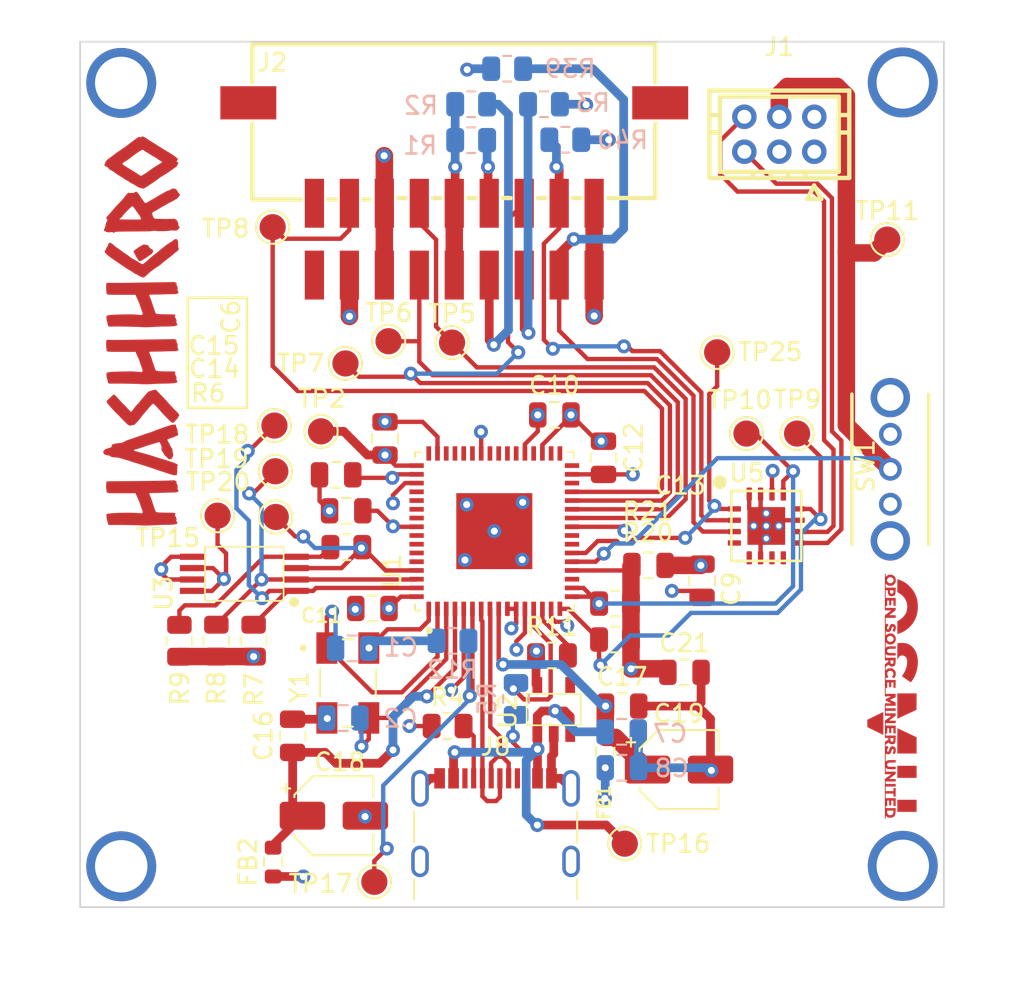
<source format=kicad_pcb>
(kicad_pcb (version 20221018) (generator pcbnew)
  (layers (0 "F.Cu" signal) (1 "In1.Cu" signal) (2 "In2.Cu" signal) (31 "B.Cu" signal) (34 "B.Paste" user) (35 "F.Paste" user) (36 "B.SilkS" user "B.Silkscreen") (37 "F.SilkS" user "F.Silkscreen") (38 "B.Mask" user) (39 "F.Mask" user) (44 "Edge.Cuts" user))
  (net 0 "")
  (net 1 "VCORE")
  (net 2 "VCCIO")
  (net 3 "GND")
  (net 4 "Net-(U1-OSCI)")
  (net 5 "Net-(U1-OSCO)")
  (net 6 "/5V")
  (net 8 "/SDA3")
  (net 10 "/PSU_EN")
  (net 11 "/SCL3")
  (net 12 "/SDA0")
  (net 13 "/SCL0")
  (net 14 "/PLUG0")
  (net 15 "/A20")
  (net 16 "/A10")
  (net 17 "/A00")
  (net 18 "/TXD0")
  (net 19 "/RXD0")
  (net 20 "/RST0")
  (net 23 "Net-(J8-CC1)")
  (net 24 "Net-(U1-DP)")
  (net 25 "Net-(U1-DM)")
  (net 27 "Net-(J8-CC2)")
  (net 29 "Net-(U1-EEDATA)")
  (net 30 "Net-(U3-Q)")
  (net 31 "Net-(U1-EECS)")
  (net 32 "Net-(U1-EECLK)")
  (net 33 "Net-(U1-RESET#)")
  (net 34 "Net-(U1-REF)")
  (net 35 "/SCL")
  (net 36 "/SDA")
  (net 37 "/FAN_ALERT")
  (net 38 "/RESET")
  (net 57 "/VPHY")
  (net 58 "/VPLL")
  (footprint "TestPoint:TestPoint_Pad_D1.5mm" (layer "F.Cu") (at 133.8072 114.1476)
    (fp_text reference "TP19")
    (fp_text value "TestPoint")
  )
  (footprint "Resistor_SMD:R_0603_1608Metric" (layer "F.Cu") (at 152.6794 130.2004 90)
    (fp_text reference "FB1")
    (fp_text value "FerriteBead_Small")
  )
  (footprint "Resistor_SMD:R_0805_2012Metric" (layer "F.Cu") (at 149.6314 124.6886)
    (fp_text reference "R11")
    (fp_text value "1K")
  )
  (footprint "Capacitor_SMD:CP_Elec_4x5.4" (layer "F.Cu") (at 137.1566 133.858)
    (fp_text reference "C18")
    (fp_text value "4.7uF")
  )
  (footprint "Capacitor_SMD:C_0805_2012Metric" (layer "F.Cu") (at 157.2108 125.6538)
    (fp_text reference "C21")
    (fp_text value "0.1uF")
  )
  (footprint "Capacitor_SMD:C_0805_2012Metric" (layer "F.Cu") (at 140.081 112.268 90)
    (fp_text reference "C6")
    (fp_text value "3.3uF")
  )
  (footprint "LOGO" (layer "F.Cu") (at 168.983407 127.026425 -90)
    (fp_text reference "G***" hide)
    (fp_text value "LOGO" hide)
  )
  (footprint "Capacitor_SMD:C_0805_2012Metric" (layer "F.Cu") (at 137.287 114.3508 180)
    (fp_text reference "C15")
    (fp_text value "0.1uF")
  )
  (footprint "DOWNLOADED:OS102011MA1QN1" (layer "F.Cu") (at 168.9862 114.0312 -90)
    (fp_text reference "SW1")
    (fp_text value "SW_SPDT")
  )
  (footprint "Resistor_SMD:R_0805_2012Metric" (layer "F.Cu") (at 143.6624 128.7272)
    (fp_text reference "R4")
    (fp_text value "5.1K")
  )
  (footprint "LOGO" (layer "F.Cu") (at 126.1618 106.1212 90)
    (fp_text reference "G***" hide)
    (fp_text value "LOGO" hide)
  )
  (footprint "TestPoint:TestPoint_Pad_D1.5mm" (layer "F.Cu") (at 133.8326 116.7638)
    (fp_text reference "TP20")
    (fp_text value "TestPoint")
  )
  (footprint "TestPoint:TestPoint_Pad_D1.5mm" (layer "F.Cu") (at 136.4234 111.8616)
    (fp_text reference "TP2")
    (fp_text value "TestPoint")
  )
  (footprint "DOWNLOADED:MountingHole_3mm_Pad" (layer "F.Cu") (at 124.9934 136.7536)
    (fp_text reference "H2" hide)
    (fp_text value "MountingHole_Pad")
  )
  (footprint "Connector_USB:USB_C_Receptacle_GCT_USB4105-xx-A_16P_TopMnt_Horizontal" (layer "F.Cu") (at 146.4036 135.3992)
    (fp_text reference "J8")
    (fp_text value "USB_C_Receptacle_USB2.0")
  )
  (footprint "TestPoint:TestPoint_Pad_D1.5mm" (layer "F.Cu") (at 133.6548 100.1776)
    (fp_text reference "TP8")
    (fp_text value "TestPoint")
  )
  (footprint "DOWNLOADED:QFN50P900X900X105-65N" (layer "F.Cu") (at 146.3334 117.5726 90)
    (fp_text reference "U1")
    (fp_text value "FT4232HQ")
  )
  (footprint "TestPoint:TestPoint_Pad_D1.5mm" (layer "F.Cu") (at 160.7566 111.9886)
    (fp_text reference "TP10")
    (fp_text value "TestPoint")
  )
  (footprint "TestPoint:TestPoint_Pad_D1.5mm" (layer "F.Cu") (at 133.7564 111.5314)
    (fp_text reference "TP18")
    (fp_text value "TestPoint")
  )
  (footprint "Resistor_SMD:R_0805_2012Metric" (layer "F.Cu") (at 132.5666 123.8404 -90)
    (fp_text reference "R7")
    (fp_text value "10K")
  )
  (footprint "TestPoint:TestPoint_Pad_D1.5mm" (layer "F.Cu") (at 143.9164 106.7816)
    (fp_text reference "TP5")
    (fp_text value "TestPoint")
  )
  (footprint "Capacitor_SMD:C_0805_2012Metric" (layer "F.Cu") (at 152.5778 113.3754 90)
    (fp_text reference "C12")
    (fp_text value "0.1uF")
  )
  (footprint "DOWNLOADED:MountingHole_3mm_Pad" (layer "F.Cu") (at 169.6974 91.8972)
    (fp_text reference "H3" hide)
    (fp_text value "MountingHole_Pad")
  )
  (footprint "TestPoint:TestPoint_Pad_D1.5mm" (layer "F.Cu") (at 130.5052 116.6876)
    (fp_text reference "TP15")
    (fp_text value "TestPoint")
  )
  (footprint "DOWNLOADED:MountingHole_3mm_Pad" (layer "F.Cu") (at 169.6974 136.7282)
    (fp_text reference "H4" hide)
    (fp_text value "MountingHole_Pad")
  )
  (footprint "Capacitor_SMD:C_0805_2012Metric" (layer "F.Cu") (at 134.7978 129.286 90)
    (fp_text reference "C16")
    (fp_text value "0.1uF")
  )
  (footprint "DOWNLOADED:CONN-TH_6P-P2.00_PHD-2X3A" (layer "F.Cu") (at 162.6362 94.8596)
    (fp_text reference "J1")
    (fp_text value "PSU Comm")
  )
  (footprint "Capacitor_SMD:C_0805_2012Metric" (layer "F.Cu") (at 155.1534 119.5324)
    (fp_text reference "C13")
    (fp_text value "0.1uF")
  )
  (footprint "Capacitor_SMD:C_0805_2012Metric" (layer "F.Cu") (at 149.7686 110.9218)
    (fp_text reference "C10")
    (fp_text value "0.1uF")
  )
  (footprint "Capacitor_SMD:C_0805_2012Metric" (layer "F.Cu") (at 139.3596 121.9962 180)
    (fp_text reference "C11")
    (fp_text value "0.1uF")
  )
  (footprint "DOWNLOADED:TSSOP8_STM" (layer "F.Cu") (at 132.0332 120.014799 180)
    (fp_text reference "U3")
    (fp_text value "M93C46-WDW6TP")
  )
  (footprint "Resistor_SMD:R_0805_2012Metric" (layer "F.Cu") (at 137.8712 118.491 180)
    (fp_text reference "R6")
    (fp_text value "2.2K")
  )
  (footprint "TestPoint:TestPoint_Pad_D1.5mm" (layer "F.Cu") (at 137.8204 107.9754)
    (fp_text reference "TP7")
    (fp_text value "TestPoint")
  )
  (footprint "Capacitor_SMD:C_0805_2012Metric" (layer "F.Cu") (at 158.2166 120.4112 90)
    (fp_text reference "C9")
    (fp_text value "0.1uF")
  )
  (footprint "TestPoint:TestPoint_Pad_D1.5mm" (layer "F.Cu") (at 159.0802 107.3404)
    (fp_text reference "TP25")
    (fp_text value "TestPoint")
  )
  (footprint "Capacitor_SMD:C_0805_2012Metric" (layer "F.Cu") (at 153.6446 127.5842)
    (fp_text reference "C17")
    (fp_text value "0.1uF")
  )
  (footprint "DOWNLOADED:RT9080-33GJ5" (layer "F.Cu") (at 149.733 127.78105 90)
    (fp_text reference "U2")
    (fp_text value "RT9080-33GJ5")
  )
  (footprint "TestPoint:TestPoint_Pad_D1.5mm" (layer "F.Cu") (at 168.8084 100.8888)
    (fp_text reference "TP11")
    (fp_text value "TestPoint")
  )
  (footprint "DOWNLOADED:CONN-SMD_X2026WRS-2X09D-LPSW" (layer "F.Cu") (at 144.0434 97.9893 180)
    (fp_text reference "J2")
    (fp_text value "Hashboard0")
  )
  (footprint "DOWNLOADED:XTAL_405C35B12M00000" (layer "F.Cu") (at 137.9547 126.2634)
    (fp_text reference "Y1")
    (fp_text value "12MHz")
  )
  (footprint "Capacitor_SMD:C_0805_2012Metric" (layer "F.Cu") (at 137.861 116.4082 180)
    (fp_text reference "C14")
    (fp_text value "0.1uF")
  )
  (footprint "TestPoint:TestPoint_Pad_D1.5mm" (layer "F.Cu") (at 153.797 135.4582)
    (fp_text reference "TP16")
    (fp_text value "TestPoint")
  )
  (footprint "Resistor_SMD:R_0805_2012Metric" (layer "F.Cu") (at 153.2382 121.7168)
    (fp_text reference "R21")
    (fp_text value "4.7K")
  )
  (footprint "TestPoint:TestPoint_Pad_D1.5mm" (layer "F.Cu") (at 163.6522 111.9886)
    (fp_text reference "TP9")
    (fp_text value "TestPoint")
  )
  (footprint "DOWNLOADED:MountingHole_3mm_Pad" (layer "F.Cu") (at 124.9934 91.9226)
    (fp_text reference "H1" hide)
    (fp_text value "MountingHole_Pad")
  )
  (footprint "Resistor_SMD:R_0805_2012Metric" (layer "F.Cu") (at 153.2363 123.7742)
    (fp_text reference "R20")
    (fp_text value "4.7K")
  )
  (footprint "DOWNLOADED:QFN-16_EP_4x4_Pitch0.65mm" (layer "F.Cu") (at 161.8898 117.2756)
    (fp_text reference "U5")
    (fp_text value "PCA9546ARGVR")
  )
  (footprint "TestPoint:TestPoint_Pad_D1.5mm" (layer "F.Cu") (at 139.4714 137.6426)
    (fp_text reference "TP17")
    (fp_text value "TestPoint")
  )
  (footprint "Capacitor_SMD:CP_Elec_4x5.4" (layer "F.Cu") (at 156.8992 131.2164)
    (fp_text reference "C19")
    (fp_text value "4.7uF")
  )
  (footprint "Resistor_SMD:R_0805_2012Metric" (layer "F.Cu") (at 128.3208 123.8504 -90)
    (fp_text reference "R9")
    (fp_text value "10K")
  )
  (footprint "Resistor_SMD:R_0603_1608Metric" (layer "F.Cu") (at 133.6802 136.5118 90)
    (fp_text reference "FB2")
    (fp_text value "FerriteBead_Small")
  )
  (footprint "Resistor_SMD:R_0805_2012Metric" (layer "F.Cu") (at 130.433 123.8385 -90)
    (fp_text reference "R8")
    (fp_text value "10K")
  )
  (footprint "TestPoint:TestPoint_Pad_D1.5mm" (layer "F.Cu") (at 140.2842 106.7054)
    (fp_text reference "TP6")
    (fp_text value "TestPoint")
  )
  (footprint "Resistor_SMD:R_0805_2012Metric" (layer "B.Cu") (at 147.0679 91.1098 180)
    (fp_text reference "R39")
    (fp_text value "4.7K")
  )
  (footprint "Resistor_SMD:R_0805_2012Metric" (layer "B.Cu") (at 145.0086 95.1992)
    (fp_text reference "R1")
    (fp_text value "4.7K")
  )
  (footprint "Capacitor_SMD:C_0805_2012Metric" (layer "B.Cu") (at 138.2014 124.2822)
    (fp_text reference "C1")
    (fp_text value "27pf")
  )
  (footprint "Resistor_SMD:R_0805_2012Metric" (layer "B.Cu") (at 150.3934 95.1738)
    (fp_text reference "R40")
    (fp_text value "4.7K")
  )
  (footprint "Capacitor_SMD:C_0805_2012Metric" (layer "B.Cu") (at 137.6934 128.27 180)
    (fp_text reference "C2")
    (fp_text value "27pf")
  )
  (footprint "Resistor_SMD:R_0805_2012Metric" (layer "B.Cu") (at 143.9418 123.8504)
    (fp_text reference "R12")
    (fp_text value "12K")
  )
  (footprint "Resistor_SMD:R_0805_2012Metric" (layer "B.Cu") (at 145.0086 93.1418 180)
    (fp_text reference "R2")
    (fp_text value "4.7K")
  )
  (footprint "Resistor_SMD:R_0805_2012Metric" (layer "B.Cu") (at 147.574 127.1759 -90)
    (fp_text reference "R5")
    (fp_text value "5.1K")
  )
  (footprint "Resistor_SMD:R_0805_2012Metric" (layer "B.Cu") (at 149.1742 93.1418)
    (fp_text reference "R3")
    (fp_text value "4.7K")
  )
  (footprint "Capacitor_SMD:C_0805_2012Metric" (layer "B.Cu") (at 153.6192 129.0574)
    (fp_text reference "C7")
    (fp_text value "1uF")
  )
  (footprint "Capacitor_SMD:C_0805_2012Metric" (layer "B.Cu") (at 153.6294 131.1148)
    (fp_text reference "C8")
    (fp_text value "1uF")
  )
  (gr_rect (start 128.8034 104.2162) (end 132.1816 110.5154) (stroke (width 0.15)) (fill none) (layer "F.SilkS"))
  (gr_rect (start 122.6439 89.5604) (end 172.0469 139.0904) (stroke (width 0.1)) (fill none) (layer "Edge.Cuts"))
  (segment (start 140.9832 121.3226) (end 140.3096 121.9962) (width 0.25) (layer "F.Cu") (net 1))
  (segment (start 156.4894 120.9923) (end 157.8477 120.9923) (width 0.25) (layer "F.Cu") (net 1))
  (segment (start 136.4234 111.8616) (end 137.7188 111.8616) (width 0.5) (layer "F.Cu") (net 1))
  (segment (start 148.0834 123.389005) (end 148.0834 122.0176) (width 0.25) (layer "F.Cu") (net 1))
  (segment (start 157.8477 120.9923) (end 158.2166 121.3612) (width 0.25) (layer "F.Cu") (net 1))
  (segment (start 141.8884 121.3226) (end 140.9832 121.3226) (width 0.25) (layer "F.Cu") (net 1))
  (segment (start 148.0834 113.1276) (end 148.0834 112.5968) (width 0.25) (layer "F.Cu") (net 1))
  (segment (start 139.0752 113.218) (end 140.081 113.218) (width 0.5) (layer "F.Cu") (net 1))
  (segment (start 147.597958 123.874447) (end 148.0834 123.389005) (width 0.25) (layer "F.Cu") (net 1))
  (segment (start 137.7188 111.8616) (end 139.0752 113.218) (width 0.5) (layer "F.Cu") (net 1))
  (segment (start 148.0834 112.5968) (end 148.8186 111.8616) (width 0.25) (layer "F.Cu") (net 1))
  (segment (start 140.6856 113.8226) (end 140.081 113.218) (width 0.25) (layer "F.Cu") (net 1))
  (segment (start 148.8186 111.8616) (end 148.8186 110.9218) (width 0.25) (layer "F.Cu") (net 1))
  (segment (start 147.597958 124.3551) (end 147.597958 123.874447) (width 0.25) (layer "F.Cu") (net 1))
  (segment (start 141.8884 113.8226) (end 140.6856 113.8226) (width 0.25) (layer "F.Cu") (net 1))
  (via (at 147.597958 124.3551) (size 0.8) (drill 0.4) (layers "F.Cu" "B.Cu") (net 1))
  (via (at 156.4894 120.9923) (size 0.8) (drill 0.4) (layers "F.Cu" "B.Cu") (net 1))
  (via (at 140.081 113.218) (size 0.8) (drill 0.4) (layers "F.Cu" "B.Cu") (net 1))
  (via (at 148.8186 110.9218) (size 0.8) (drill 0.4) (layers "F.Cu" "B.Cu") (net 1))
  (via (at 140.3096 121.9962) (size 0.8) (drill 0.4) (layers "F.Cu" "B.Cu") (net 1))
  (segment (start 130.244798 119.689798) (end 129.0868 119.689798) (width 0.25) (layer "F.Cu") (net 2))
  (segment (start 130.8648 120.3098) (end 130.9878 120.1868) (width 0.25) (layer "F.Cu") (net 2))
  (segment (start 162.2148 115.4506) (end 162.2148 114.1626) (width 0.25) (layer "F.Cu") (net 2))
  (segment (start 150.7784 119.8226) (end 153.9132 119.8226) (width 0.25) (layer "F.Cu") (net 2))
  (segment (start 130.8648 120.3098) (end 130.244798 119.689798) (width 0.25) (layer "F.Cu") (net 2))
  (segment (start 154.1507 119.5851) (end 154.2034 119.5324) (width 1) (layer "F.Cu") (net 2))
  (segment (start 138.0434 105.2774) (end 138.049 105.283) (width 1) (layer "F.Cu") (net 2))
  (segment (start 140.589 117.2464) (end 140.5382 117.2972) (width 0.25) (layer "F.Cu") (net 2))
  (segment (start 152.575 114.3226) (end 152.5778 114.3254) (width 0.25) (layer "F.Cu") (net 2))
  (segment (start 140.701209 114.3226) (end 141.8884 114.3226) (width 0.25) (layer "F.Cu") (net 2))
  (segment (start 138.0434 102.9193) (end 138.0434 105.2774) (width 1) (layer "F.Cu") (net 2))
  (segment (start 145.5834 113.1276) (end 145.5834 111.903) (width 0.25) (layer "F.Cu") (net 2))
  (segment (start 138.811 116.4082) (end 139.6492 116.4082) (width 0.25) (layer "F.Cu") (net 2))
  (segment (start 130.8648 120.3098) (end 130.184802 120.989798) (width 0.25) (layer "F.Cu") (net 2))
  (segment (start 140.5007 114.523109) (end 138.409309 114.523109) (width 0.25) (layer "F.Cu") (net 2))
  (segment (start 141.8884 117.3226) (end 140.5636 117.3226) (width 0.25) (layer "F.Cu") (net 2))
  (segment (start 139.6492 116.4082) (end 140.5382 117.2972) (width 0.25) (layer "F.Cu") (net 2))
  (segment (start 156.0576 125.4506) (end 156.2608 125.6538) (width 1) (layer "F.Cu") (net 2))
  (segment (start 153.9132 119.8226) (end 154.2034 119.5324) (width 0.25) (layer "F.Cu") (net 2))
  (segment (start 152.6794 131.0254) (end 152.6794 131.1148) (width 0.25) (layer "F.Cu") (net 2))
  (segment (start 130.9878 120.1868) (end 130.9878 118.8466) (width 0.25) (layer "F.Cu") (net 2))
  (segment (start 132.5666 124.7529) (end 132.5647 124.751) (width 0.25) (layer "F.Cu") (net 2))
  (segment (start 162.2148 114.1626) (end 162.2552 114.1222) (width 0.25) (layer "F.Cu") (net 2))
  (segment (start 154.173 119.6848) (end 154.2034 119.6848) (width 0.5) (layer "F.Cu") (net 2))
  (segment (start 154.1488 123.7742) (end 154.1488 125.4468) (width 1) (layer "F.Cu") (net 2))
  (segment (start 152.5778 114.3254) (end 154.2542 114.3254) (width 0.25) (layer "F.Cu") (net 2))
  (segment (start 128.3327 124.751) (end 128.3208 124.7629) (width 1) (layer "F.Cu") (net 2))
  (segment (start 154.1507 121.7168) (end 154.1507 119.5851) (width 1) (layer "F.Cu") (net 2))
  (segment (start 148.7189 126.3288) (end 148.7932 126.4031) (width 0.5) (layer "F.Cu") (net 2))
  (segment (start 148.7189 124.6886) (end 148.7189 126.3288) (width 0.5) (layer "F.Cu") (net 2))
  (segment (start 130.433 124.751) (end 128.3327 124.751) (width 1) (layer "F.Cu") (net 2))
  (segment (start 138.409309 114.523109) (end 138.237 114.3508) (width 0.25) (layer "F.Cu") (net 2))
  (segment (start 133.6802 137.3368) (end 135.4064 137.3368) (width 0.5) (layer "F.Cu") (net 2))
  (segment (start 150.7784 114.3226) (end 152.575 114.3226) (width 0.25) (layer "F.Cu") (net 2))
  (segment (start 154.1507 121.7168) (end 154.1507 123.7723) (width 1) (layer "F.Cu") (net 2))
  (segment (start 130.5052 118.364) (end 130.5052 116.6876) (width 0.25) (layer "F.Cu") (net 2))
  (segment (start 140.5007 114.523109) (end 140.701209 114.3226) (width 0.25) (layer "F.Cu") (net 2))
  (segment (start 154.1488 125.4468) (end 154.1526 125.4506) (width 1) (layer "F.Cu") (net 2))
  (segment (start 154.2034 119.6848) (end 154.2288 119.6594) (width 0.5) (layer "F.Cu") (net 2))
  (segment (start 130.9878 118.8466) (end 130.5052 118.364) (width 0.25) (layer "F.Cu") (net 2))
  (segment (start 145.5834 111.903) (end 145.5674 111.887) (width 0.25) (layer "F.Cu") (net 2))
  (segment (start 140.5636 117.3226) (end 140.5382 117.2972) (width 0.25) (layer "F.Cu") (net 2))
  (segment (start 135.4064 137.3368) (end 135.4074 137.3378) (width 0.5) (layer "F.Cu") (net 2))
  (segment (start 130.433 124.751) (end 132.5647 124.751) (width 1) (layer "F.Cu") (net 2))
  (segment (start 130.184802 120.989798) (end 129.0868 120.989798) (width 0.25) (layer "F.Cu") (net 2))
  (segment (start 154.1526 125.4506) (end 156.0576 125.4506) (width 1) (layer "F.Cu") (net 2))
  (segment (start 154.1507 123.7723) (end 154.1488 123.7742) (width 1) (layer "F.Cu") (net 2))
  (via (at 145.5674 111.887) (size 0.8) (drill 0.4) (layers "F.Cu" "B.Cu") (net 2))
  (via (at 140.5007 114.523109) (size 0.8) (drill 0.4) (layers "F.Cu" "B.Cu") (net 2))
  (via (at 152.654 132.8674) (size 0.8) (drill 0.4) (layers "F.Cu" "B.Cu") (net 2))
  (via (at 130.8648 120.3098) (size 0.8) (drill 0.4) (layers "F.Cu" "B.Cu") (net 2))
  (via (at 138.049 105.283) (size 0.8) (drill 0.4) (layers "F.Cu" "B.Cu") (net 2))
  (via (at 140.5382 117.2972) (size 0.8) (drill 0.4) (layers "F.Cu" "B.Cu") (net 2))
  (via (at 152.6794 131.1148) (size 0.8) (drill 0.4) (layers "F.Cu" "B.Cu") (net 2))
  (via (at 162.2552 114.1222) (size 0.8) (drill 0.4) (layers "F.Cu" "B.Cu") (net 2))
  (via (at 154.1526 125.4506) (size 0.8) (drill 0.4) (layers "F.Cu" "B.Cu") (net 2))
  (via (at 154.2542 114.3254) (size 0.8) (drill 0.4) (layers "F.Cu" "B.Cu") (net 2))
  (via (at 132.5647 124.751) (size 0.8) (drill 0.4) (layers "F.Cu" "B.Cu") (net 2))
  (via (at 144.78 91.1606) (size 0.8) (drill 0.4) (layers "F.Cu" "B.Cu") (net 2))
  (via (at 152.8826 95.1738) (size 0.8) (drill 0.4) (layers "F.Cu" "B.Cu") (net 2))
  (via (at 148.7424 124.4346) (size 0.8) (drill 0.4) (layers "F.Cu" "B.Cu") (net 2))
  (via (at 135.4074 137.3378) (size 0.8) (drill 0.4) (layers "F.Cu" "B.Cu") (net 2))
  (segment (start 152.6794 132.842) (end 152.654 132.8674) (width 0.5) (layer "B.Cu") (net 2))
  (segment (start 152.6794 131.1148) (end 152.6794 132.842) (width 0.5) (layer "B.Cu") (net 2))
  (segment (start 144.8308 91.1098) (end 144.78 91.1606) (width 0.5) (layer "B.Cu") (net 2))
  (segment (start 146.1554 91.1098) (end 144.8308 91.1098) (width 0.5) (layer "B.Cu") (net 2))
  (segment (start 151.3059 95.1738) (end 152.8826 95.1738) (width 0.5) (layer "B.Cu") (net 2))
  (segment (start 127.2834 119.751) (end 127.2834 119.9796) (width 0.25) (layer "F.Cu") (net 3))
  (segment (start 140.0434 96.1014) (end 140.0302 96.0882) (width 1) (layer "F.Cu") (net 3))
  (segment (start 134.7978 128.336) (end 136.6821 128.336) (width 0.5) (layer "F.Cu") (net 3))
  (segment (start 149.83115 122.758898) (end 150.2839 122.758898) (width 0.25) (layer "F.Cu") (net 3))
  (segment (start 158.1608 125.6538) (end 158.1608 127.386) (width 0.5) (layer "F.Cu") (net 3))
  (segment (start 136.7547 128.2634) (end 136.7547 128.2711) (width 0.25) (layer "F.Cu") (net 3))
  (segment (start 161.5648 116.2306) (end 161.8898 116.5556) (width 0.25) (layer "F.Cu") (net 3))
  (segment (start 149.6036 131.7192) (end 150.1486 131.7192) (width 0.5) (layer "F.Cu") (net 3))
  (segment (start 139.1547 124.2634) (end 139.16 124.2634) (width 0.25) (layer "F.Cu") (net 3))
  (segment (start 150.2839 122.758898) (end 150.503401 122.978399) (width 0.25) (layer "F.Cu") (net 3))
  (segment (start 142.5834 122.6942) (end 142.0876 123.19) (width 0.25) (layer "F.Cu") (net 3))
  (segment (start 152.5778 112.4254) (end 152.4508 112.4254) (width 0.25) (layer "F.Cu") (net 3))
  (segment (start 144.0942 96.7232) (end 144.0942 98.7585) (width 0.5) (layer "F.Cu") (net 3))
  (segment (start 149.6036 131.7192) (end 149.6036 130.4568) (width 0.5) (layer "F.Cu") (net 3))
  (segment (start 147.3079 123.1392) (end 147.5834 122.8637) (width 0.25) (layer "F.Cu") (net 3))
  (segment (start 149.733 130.3274) (end 149.733 129.159) (width 0.5) (layer "F.Cu") (net 3))
  (segment (start 136.911 116.4082) (end 136.906 116.4082) (width 0.25) (layer "F.Cu") (net 3))
  (segment (start 144.5834 125.945192) (end 143.862196 126.666396) (width 0.25) (layer "F.Cu") (net 3))
  (segment (start 148.5834 123.027427) (end 149.5564 124.000427) (width 0.25) (layer "F.Cu") (net 3))
  (segment (start 148.5834 122.0176) (end 148.5834 123.027427) (width 0.25) (layer "F.Cu") (net 3))
  (segment (start 160.9148 115.4506) (end 160.9148 116.3006) (width 0.25) (layer "F.Cu") (net 3))
  (segment (start 149.5564 127.04555) (end 149.3976 127.20435) (width 0.25) (layer "F.Cu") (net 3))
  (segment (start 150.7784 117.3226) (end 153.543 117.3226) (width 0.25) (layer "F.Cu") (net 3))
  (segment (start 157.9626 127.5842) (end 158.6992 128.3208) (width 0.5) (layer "F.Cu") (net 3))
  (segment (start 161.5648 117.6006) (end 161.8898 117.2756) (width 0.25) (layer "F.Cu") (net 3))
  (segment (start 149.6036 130.4568) (end 149.733 130.3274) (width 0.5) (layer "F.Cu") (net 3))
  (segment (start 144.0942 98.7585) (end 144.0434 98.8093) (width 0.5) (layer "F.Cu") (net 3))
  (segment (start 150.1486 131.7192) (end 150.7236 132.2942) (width 0.5) (layer "F.Cu") (net 3))
  (segment (start 127.8422 119.0398) (end 129.0868 119.0398) (width 0.25) (layer "F.Cu") (net 3))
  (segment (start 152.2222 112.4254) (end 150.7186 110.9218) (width 0.25) (layer "F.Cu") (net 3))
  (segment (start 127.2834 119.5986) (end 127.8422 119.0398) (width 0.25) (layer "F.Cu") (net 3))
  (segment (start 140.081 111.318) (end 140.081 111.3028) (width 0.25) (layer "F.Cu") (net 3))
  (segment (start 149.5564 124.000427) (end 149.5564 127.04555) (width 0.25) (layer "F.Cu") (net 3))
  (segment (start 149.0834 112.634052) (end 150.7186 110.998852) (width 0.25) (layer "F.Cu") (net 3))
  (segment (start 142.6586 131.7192) (end 142.0836 132.2942) (width 0.5) (layer "F.Cu") (net 3))
  (segment (start 138.4096 121.9962) (end 138.4096 122.0166) (width 0.25) (layer "F.Cu") (net 3))
  (segment (start 142.2298 111.318) (end 140.081 111.318) (width 0.25) (layer "F.Cu") (net 3))
  (segment (start 127.6436 120.3398) (end 129.0868 120.3398) (width 0.25) (layer "F.Cu") (net 3))
  (segment (start 160.9148 116.3006) (end 161.8898 117.2756) (width 0.25) (layer "F.Cu") (net 3))
  (segment (start 152.0434 102.9193) (end 152.0434 98.8093) (width 1) (layer "F.Cu") (net 3))
  (segment (start 158.6992 131.2164) (end 158.75 131.2672) (width 0.5) (layer "F.Cu") (net 3))
  (segment (start 162.2148 116.9506) (end 161.8898 117.2756) (width 0.25) (layer "F.Cu") (net 3))
  (segment (start 153.543 117.3226) (end 153.7716 117.5512) (width 0.25) (layer "F.Cu") (net 3))
  (segment (start 158.6992 128.3208) (end 158.6992 131.2164) (width 0.5) (layer "F.Cu") (net 3))
  (segment (start 127.2834 119.9796) (end 127.6436 120.3398) (width 0.25) (layer "F.Cu") (net 3))
  (segment (start 136.7547 128.2711) (end 136.779 128.2954) (width 0.25) (layer "F.Cu") (net 3))
  (segment (start 141.8884 114.8226) (end 141.226514 114.8226) (width 0.25) (layer "F.Cu") (net 3))
  (segment (start 149.3976 127.20435) (end 148.03235 127.20435) (width 0.25) (layer "F.Cu") (net 3))
  (segment (start 158.1608 127.386) (end 157.9626 127.5842) (width 0.5) (layer "F.Cu") (net 3))
  (segment (start 150.7186 110.998852) (end 150.7186 110.9218) (width 0.25) (layer "F.Cu") (net 3))
  (segment (start 147.5834 122.8637) (end 147.5834 122.0176) (width 0.25) (layer "F.Cu") (net 3))
  (segment (start 152.0434 105.2566) (end 152.0444 105.2576) (width 1) (layer "F.Cu") (net 3))
  (segment (start 149.5834 122.0176) (end 149.5834 122.511148) (width 0.25) (layer "F.Cu") (net 3))
  (segment (start 148.03235 127.20435) (end 147.4216 126.5936) (width 0.25) (layer "F.Cu") (net 3))
  (segment (start 140.0434 102.9193) (end 140.0434 98.8093) (width 1) (layer "F.Cu") (net 3))
  (segment (start 140.2281 123.19) (end 139.1547 124.2634) (width 0.25) (layer "F.Cu") (net 3))
  (segment (start 138.4096 122.0166) (end 138.3792 122.047) (width 0.25) (layer "F.Cu") (net 3))
  (segment (start 161.5648 119.1006) (end 161.5648 117.6006) (width 0.25) (layer "F.Cu") (net 3))
  (segment (start 136.337 114.3508) (end 136.337 115.8392) (width 0.25) (layer "F.Cu") (net 3))
  (segment (start 146.5834 117.3226) (end 146.3334 117.5726) (width 0.25) (layer "F.Cu") (net 3))
  (segment (start 142.5834 122.0176) (end 142.5834 122.6942) (width 0.25) (layer "F.Cu") (net 3))
  (segment (start 140.0434 98.8093) (end 140.0434 96.1014) (width 1) (layer "F.Cu") (net 3))
  (segment (start 144.0434 102.9193) (end 144.0434 98.8093) (width 1) (layer "F.Cu") (net 3))
  (segment (start 158.2166 119.4612) (end 158.1454 119.5324) (width 1) (layer "F.Cu") (net 3))
  (segment (start 161.5648 115.4506) (end 161.5648 116.2306) (width 0.25) (layer "F.Cu") (net 3))
  (segment (start 127.2834 119.751) (end 127.2834 119.5986) (width 0.25) (layer "F.Cu") (net 3))
  (segment (start 152.0434 102.9193) (end 152.0434 105.2566) (width 1) (layer "F.Cu") (net 3))
  (segment (start 154.5946 127.5842) (end 157.9626 127.5842) (width 0.5) (layer "F.Cu") (net 3))
  (segment (start 144.5834 119.3226) (end 146.3334 117.5726) (width 0.25) (layer "F.Cu") (net 3))
  (segment (start 141.226514 114.8226) (end 140.5382 115.510914) (width 0.25) (layer "F.Cu") (net 3))
  (segment (start 147.0954 118.3346) (end 146.3334 117.5726) (width 0.25) (layer "F.Cu") (net 3))
  (segment (start 149.5834 122.511148) (end 149.83115 122.758898) (width 0.25) (layer "F.Cu") (net 3))
  (segment (start 142.0876 123.19) (end 140.2281 123.19) (width 0.25) (layer "F.Cu") (net 3))
  (segment (start 144.5834 122.0176) (end 144.5834 125.945192) (width 0.25) (layer "F.Cu") (net 3))
  (segment (start 136.6821 128.336) (end 136.7547 128.2634) (width 0.5) (layer "F.Cu") (net 3))
  (segment (start 142.7499 128.7272) (end 141.478 128.7272) (width 0.25) (layer "F.Cu") (net 3))
  (segment (start 152.4508 112.4254) (end 152.2222 112.4254) (width 0.25) (layer "F.Cu") (net 3))
  (segment (start 149.0834 113.1276) (end 149.0834 112.634052) (width 0.25) (layer "F.Cu") (net 3))
  (segment (start 138.9566 133.858) (end 138.9566 133.8902) (width 0.5) (layer "F.Cu") (net 3))
  (segment (start 143.0834 113.1276) (end 143.0834 112.1716) (width 0.25) (layer "F.Cu") (net 3))
  (segment (start 143.2036 131.7192) (end 142.6586 131.7192) (width 0.5) (layer "F.Cu") (net 3))
  (segment (start 139.16 124.2634) (end 139.1666 124.2568) (width 0.25) (layer "F.Cu") (net 3))
  (segment (start 140.5382 115.510914) (end 140.5382 115.9764) (width 0.25) (layer "F.Cu") (net 3))
  (segment (start 156.1034 119.5324) (end 158.1454 119.5324) (width 1) (layer "F.Cu") (net 3))
  (segment (start 136.337 115.8392) (end 136.906 116.4082) (width 0.25) (layer "F.Cu") (net 3))
  (segment (start 147.5834 122.0176) (end 147.0834 122.0176) (width 0.25) (layer "F.Cu") (net 3))
  (segment (start 138.9566 133.8902) (end 138.938 133.9088) (width 0.5) (layer "F.Cu") (net 3))
  (segment (start 163.7148 116.9506) (end 162.2148 116.9506) (width 0.25) (layer "F.Cu") (net 3))
  (segment (start 143.0834 112.1716) (end 142.2298 111.318) (width 0.25) (layer "F.Cu") (net 3))
  (via (at 139.1666 124.2568) (size 0.8) (drill 0.4) (layers "F.Cu" "B.Cu") (net 3))
  (via (at 158.75 131.2672) (size 0.8) (drill 0.4) (layers "F.Cu" "B.Cu") (net 3))
  (via (at 138.3792 122.047) (size 0.8) (drill 0.4) (layers "F.Cu" "B.Cu") (net 3))
  (via (at 158.1454 119.5324) (size 0.8) (drill 0.4) (layers "F.Cu" "B.Cu") (net 3))
  (via (at 140.081 111.3028) (size 0.8) (drill 0.4) (layers "F.Cu" "B.Cu") (net 3))
  (via (at 127.2834 119.751) (size 0.8) (drill 0.4) (layers "F.Cu" "B.Cu") (net 3))
  (via (at 152.0444 105.2576) (size 0.8) (drill 0.4) (layers "F.Cu" "B.Cu") (net 3))
  (via (at 152.4508 112.4254) (size 0.8) (drill 0.4) (layers "F.Cu" "B.Cu") (net 3))
  (via (at 153.7716 117.5512) (size 0.8) (drill 0.4) (layers "F.Cu" "B.Cu") (net 3))
  (via (at 136.906 116.4082) (size 0.8) (drill 0.4) (layers "F.Cu" "B.Cu") (net 3))
  (via (at 140.5382 115.9764) (size 0.8) (drill 0.4) (layers "F.Cu" "B.Cu") (net 3))
  (via (at 138.938 133.9088) (size 0.8) (drill 0.4) (layers "F.Cu" "B.Cu") (net 3))
  (via (at 141.478 128.7272) (size 0.8) (drill 0.4) (layers "F.Cu" "B.Cu") (net 3))
  (via (at 147.3079 123.1392) (size 0.8) (drill 0.4) (layers "F.Cu" "B.Cu") (net 3))
  (via (at 136.779 128.2954) (size 0.8) (drill 0.4) (layers "F.Cu" "B.Cu") (net 3))
  (via (at 150.7186 110.9218) (size 0.8) (drill 0.4) (layers "F.Cu" "B.Cu") (net 3))
  (via (at 144.0942 96.7232) (size 0.8) (drill 0.4) (layers "F.Cu" "B.Cu") (net 3))
  (via (at 143.862196 126.666396) (size 0.8) (drill 0.4) (layers "F.Cu" "B.Cu") (net 3))
  (via (at 146.3334 117.5726) (size 0.8) (drill 0.4) (layers "F.Cu" "B.Cu") (net 3))
  (via (at 144.7546 116.0526) (size 0.8) (drill 0.4) (layers "F.Cu" "B.Cu") (net 3))
  (via (at 140.0302 96.0882) (size 0.8) (drill 0.4) (layers "F.Cu" "B.Cu") (net 3))
  (via (at 147.4216 126.5936) (size 0.8) (drill 0.4) (layers "F.Cu" "B.Cu") (net 3))
  (via (at 144.653 119.2276) (size 0.8) (drill 0.4) (layers "F.Cu" "B.Cu") (net 3))
  (via (at 150.503401 122.978399) (size 0.8) (drill 0.4) (layers "F.Cu" "B.Cu") (net 3))
  (via (at 147.955 115.9256) (size 0.8) (drill 0.4) (layers "F.Cu" "B.Cu") (net 3))
  (via (at 151.5872 93.1672) (size 0.8) (drill 0.4) (layers "F.Cu" "B.Cu") (net 3))
  (via (at 147.9296 119.2022) (size 0.8) (drill 0.4) (layers "F.Cu" "B.Cu") (net 3))
  (segment (start 147.574 126.4412) (end 147.4216 126.5936) (width 0.25) (layer "B.Cu") (net 3))
  (segment (start 154.5794 129.0676) (end 154.5692 129.0574) (width 0.5) (layer "B.Cu") (net 3))
  (segment (start 154.5794 131.1148) (end 158.5976 131.1148) (width 0.5) (layer "B.Cu") (net 3))
  (segment (start 144.0961 95.1992) (end 144.0961 96.7213) (width 0.5) (layer "B.Cu") (net 3))
  (segment (start 144.0961 95.1992) (end 144.0961 93.1418) (width 0.5) (layer "B.Cu") (net 3))
  (segment (start 151.5618 93.1418) (end 151.5872 93.1672) (width 0.5) (layer "B.Cu") (net 3))
  (segment (start 143.0293 123.8504) (end 139.5832 123.8504) (width 0.5) (layer "B.Cu") (net 3))
  (segment (start 147.574 126.2634) (end 147.574 126.4412) (width 0.25) (layer "B.Cu") (net 3))
  (segment (start 139.5832 123.8504) (end 139.1514 124.2822) (width 0.5) (layer "B.Cu") (net 3))
  (segment (start 154.5794 131.1148) (end 154.5794 129.0676) (width 0.5) (layer "B.Cu") (net 3))
  (segment (start 150.0867 93.1418) (end 151.5618 93.1418) (width 0.5) (layer "B.Cu") (net 3))
  (segment (start 144.0961 96.7213) (end 144.0942 96.7232) (width 0.5) (layer "B.Cu") (net 3))
  (segment (start 158.5976 131.1148) (end 158.75 131.2672) (width 0.5) (layer "B.Cu") (net 3))
  (segment (start 136.811 124.2634) (end 139.3444 126.7968) (width 0.25) (layer "F.Cu") (net 4))
  (segment (start 141.0462 126.7968) (end 143.0834 124.7596) (width 0.25) (layer "F.Cu") (net 4))
  (segment (start 139.3444 126.7968) (end 141.0462 126.7968) (width 0.25) (layer "F.Cu") (net 4))
  (segment (start 136.7547 122.4777) (end 136.7547 124.2634) (width 0.25) (layer "F.Cu") (net 4))
  (segment (start 137.0584 122.174) (end 136.7547 122.4777) (width 0.25) (layer "F.Cu") (net 4))
  (segment (start 143.0834 124.7596) (end 143.0834 122.0176) (width 0.25) (layer "F.Cu") (net 4))
  (segment (start 136.7547 124.2634) (end 136.811 124.2634) (width 0.25) (layer "F.Cu") (net 4))
  (via (at 137.0584 122.174) (size 0.8) (drill 0.4) (layers "F.Cu" "B.Cu") (net 4))
  (segment (start 137.0584 122.174) (end 137.2514 122.367) (width 0.25) (layer "B.Cu") (net 4))
  (segment (start 137.2514 122.367) (end 137.2514 124.2822) (width 0.25) (layer "B.Cu") (net 4))
  (segment (start 143.5834 124.895996) (end 143.5834 122.0176) (width 0.25) (layer "F.Cu") (net 5))
  (segment (start 139.1547 129.4757) (end 138.7348 129.8956) (width 0.25) (layer "F.Cu") (net 5))
  (segment (start 139.1547 128.2634) (end 139.1547 129.4757) (width 0.25) (layer "F.Cu") (net 5))
  (segment (start 141.351 127.3556) (end 141.351 127.128396) (width 0.25) (layer "F.Cu") (net 5))
  (segment (start 141.351 127.128396) (end 143.5834 124.895996) (width 0.25) (layer "F.Cu") (net 5))
  (segment (start 139.1547 128.2634) (end 140.4432 128.2634) (width 0.25) (layer "F.Cu") (net 5))
  (segment (start 140.4432 128.2634) (end 141.351 127.3556) (width 0.25) (layer "F.Cu") (net 5))
  (via (at 138.7348 129.8956) (size 0.8) (drill 0.4) (layers "F.Cu" "B.Cu") (net 5))
  (segment (start 138.7348 129.8956) (end 138.7348 128.3614) (width 0.25) (layer "B.Cu") (net 5))
  (segment (start 138.7348 128.3614) (end 138.6434 128.27) (width 0.25) (layer "B.Cu") (net 5))
  (segment (start 144.0036 131.7192) (end 144.0036 130.291) (width 0.5) (layer "F.Cu") (net 6))
  (segment (start 148.8036 130.048) (end 148.8036 129.1694) (width 0.5) (layer "F.Cu") (net 6))
  (segment (start 148.7932 129.159) (end 148.7932 128.143) (width 0.5) (layer "F.Cu") (net 6))
  (segment (start 148.8036 129.1694) (end 148.7932 129.159) (width 0.5) (layer "F.Cu") (net 6))
  (segment (start 149.0726 127.8636) (end 150.35365 127.8636) (width 0.5) (layer "F.Cu") (net 6))
  (segment (start 150.35365 127.8636) (end 150.6728 128.18275) (width 0.5) (layer "F.Cu") (net 6))
  (segment (start 148.7932 134.3914) (end 152.7302 134.3914) (width 0.5) (layer "F.Cu") (net 6))
  (segment (start 148.7932 128.143) (end 149.0726 127.8636) (width 0.5) (layer "F.Cu") (net 6))
  (segment (start 148.8036 131.7192) (end 148.8036 130.048) (width 0.5) (layer "F.Cu") (net 6))
  (segment (start 152.7302 134.3914) (end 153.797 135.4582) (width 0.5) (layer "F.Cu") (net 6))
  (segment (start 150.6728 128.18275) (end 150.6728 129.159) (width 0.5) (layer "F.Cu") (net 6))
  (segment (start 144.0036 130.291) (end 144.0688 130.2258) (width 0.5) (layer "F.Cu") (net 6))
  (via (at 148.7932 134.3914) (size 0.8) (drill 0.4) (layers "F.Cu" "B.Cu") (net 6))
  (via (at 144.0688 130.2258) (size 0.8) (drill 0.4) (layers "F.Cu" "B.Cu") (net 6))
  (via (at 149.8092 127.8636) (size 0.8) (drill 0.4) (layers "F.Cu" "B.Cu") (net 6))
  (via (at 148.8036 130.048) (size 0.8) (drill 0.4) (layers "F.Cu" "B.Cu") (net 6))
  (segment (start 148.7424 134.3914) (end 148.7932 134.3914) (width 0.5) (layer "B.Cu") (net 6))
  (segment (start 151.003 129.0574) (end 149.8092 127.8636) (width 0.5) (layer "B.Cu") (net 6))
  (segment (start 144.0688 130.2258) (end 148.6258 130.2258) (width 0.5) (layer "B.Cu") (net 6))
  (segment (start 148.8036 130.048) (end 148.1582 130.6934) (width 0.5) (layer "B.Cu") (net 6))
  (segment (start 152.212 129.0574) (end 151.003 129.0574) (width 0.5) (layer "B.Cu") (net 6))
  (segment (start 148.6258 130.2258) (end 148.8036 130.048) (width 0.5) (layer "B.Cu") (net 6))
  (segment (start 148.1582 133.8072) (end 148.7424 134.3914) (width 0.5) (layer "B.Cu") (net 6))
  (segment (start 148.1582 130.6934) (end 148.1582 133.8072) (width 0.5) (layer "B.Cu") (net 6))
  (segment (start 164.8206 97.6884) (end 162.465 97.6884) (width 0.25) (layer "F.Cu") (net 8))
  (segment (start 165.392596 118.2506) (end 166.185 117.458196) (width 0.25) (layer "F.Cu") (net 8))
  (segment (start 162.465 97.6884) (end 160.6362 95.8596) (width 0.25) (layer "F.Cu") (net 8))
  (segment (start 163.7148 118.2506) (end 165.392596 118.2506) (width 0.25) (layer "F.Cu") (net 8))
  (segment (start 166.185 112.396726) (end 165.6466 111.858326) (width 0.25) (layer "F.Cu") (net 8))
  (segment (start 165.6466 111.858326) (end 165.6466 98.5144) (width 0.25) (layer "F.Cu") (net 8))
  (segment (start 166.185 117.458196) (end 166.185 112.396726) (width 0.25) (layer "F.Cu") (net 8))
  (segment (start 165.6466 98.5144) (end 164.8206 97.6884) (width 0.25) (layer "F.Cu") (net 8))
  (segment (start 162.6362 92.583) (end 163.0934 92.1258) (width 1) (layer "F.Cu") (net 10))
  (segment (start 166.4716 111.5166) (end 168.9862 114.0312) (width 1) (layer "F.Cu") (net 10))
  (segment (start 166.4716 101.6508) (end 166.4716 111.5166) (width 1) (layer "F.Cu") (net 10))
  (segment (start 165.9382 92.1258) (end 166.4716 92.6592) (width 1) (layer "F.Cu") (net 10))
  (segment (start 152.132099 119.3226) (end 152.594799 118.8599) (width 0.25) (layer "F.Cu") (net 10))
  (segment (start 163.0934 92.1258) (end 165.9382 92.1258) (width 1) (layer "F.Cu") (net 10))
  (segment (start 166.4716 101.6508) (end 168.0464 101.6508) (width 1) (layer "F.Cu") (net 10))
  (segment (start 150.7784 119.3226) (end 152.132099 119.3226) (width 0.25) (layer "F.Cu") (net 10))
  (segment (start 162.6362 93.8596) (end 162.6362 92.583) (width 1) (layer "F.Cu") (net 10))
  (segment (start 166.4716 92.6592) (end 166.4716 101.6508) (width 1) (layer "F.Cu") (net 10))
  (segment (start 168.0464 101.6508) (end 168.8084 100.8888) (width 1) (layer "F.Cu") (net 10))
  (via (at 152.594799 118.8599) (size 0.8) (drill 0.4) (layers "F.Cu" "B.Cu") (net 10))
  (segment (start 159.094 113.3972) (end 154.215 118.2762) (width 0.25) (layer "B.Cu") (net 10))
  (segment (start 154.215 118.2762) (end 153.178499 118.2762) (width 0.25) (layer "B.Cu") (net 10))
  (segment (start 153.178499 118.2762) (end 152.594799 118.8599) (width 0.25) (layer "B.Cu") (net 10))
  (segment (start 159.094 113.3972) (end 168.3522 113.3972) (width 0.25) (layer "B.Cu") (net 10))
  (segment (start 168.3522 113.3972) (end 168.9862 114.0312) (width 0.25) (layer "B.Cu") (net 10))
  (segment (start 165.735 117.2718) (end 165.735 112.903) (width 0.25) (layer "F.Cu") (net 11))
  (segment (start 165.391 117.6158) (end 165.735 117.2718) (width 0.25) (layer "F.Cu") (net 11))
  (segment (start 165.1966 98.700796) (end 164.634204 98.1384) (width 0.25) (layer "F.Cu") (net 11))
  (segment (start 163.7148 117.6006) (end 163.73 117.6158) (width 0.25) (layer "F.Cu") (net 11))
  (segment (start 163.73 117.6158) (end 165.391 117.6158) (width 0.25) (layer "F.Cu") (net 11))
  (segment (start 159.258 95.2378) (end 160.6362 93.8596) (width 0.25) (layer "F.Cu") (net 11))
  (segment (start 165.1966 112.3646) (end 165.1966 98.700796) (width 0.25) (layer "F.Cu") (net 11))
  (segment (start 164.634204 98.1384) (end 160.2414 98.1384) (width 0.25) (layer "F.Cu") (net 11))
  (segment (start 160.2414 98.1384) (end 159.258 97.155) (width 0.25) (layer "F.Cu") (net 11))
  (segment (start 159.258 97.155) (end 159.258 95.2378) (width 0.25) (layer "F.Cu") (net 11))
  (segment (start 165.735 112.903) (end 165.1966 112.3646) (width 0.25) (layer "F.Cu") (net 11))
  (segment (start 154.236 107.2714) (end 154.2034 107.2388) (width 0.25) (layer "F.Cu") (net 12))
  (segment (start 150.0434 96.8812) (end 149.8854 96.7232) (width 0.5) (layer "F.Cu") (net 12))
  (segment (start 155.444988 107.2714) (end 154.236 107.2714) (width 0.25) (layer "F.Cu") (net 12))
  (segment (start 155.81778 107.2714) (end 155.444988 107.2714) (width 0.25) (layer "F.Cu") (net 12))
  (segment (start 158.1768 116.6732) (end 158.1768 115.7224) (width 0.25) (layer "F.Cu") (net 12))
  (segment (start 158.4542 116.9506) (end 158.1768 116.6732) (width 0.25) (layer "F.Cu") (net 12))
  (segment (start 158.1768 115.7224) (end 158.1768 109.63042) (width 0.25) (layer "F.Cu") (net 12))
  (segment (start 149.1684 101.1232) (end 150.0434 100.2482) (width 0.25) (layer "F.Cu") (net 12))
  (segment (start 154.2034 107.2388) (end 153.9615 106.9969) (width 0.25) (layer "F.Cu") (net 12))
  (segment (start 153.9615 106.9969) (end 153.7462 106.9969) (width 0.25) (layer "F.Cu") (net 12))
  (segment (start 149.1684 106.6234) (end 149.1684 101.1232) (width 0.25) (layer "F.Cu") (net 12))
  (segment (start 149.6822 107.1372) (end 149.1684 106.6234) (width 0.25) (layer "F.Cu") (net 12))
  (segment (start 150.0434 100.2482) (end 150.0434 98.8093) (width 0.25) (layer "F.Cu") (net 12))
  (segment (start 160.0648 116.9506) (end 158.4542 116.9506) (width 0.25) (layer "F.Cu") (net 12))
  (segment (start 158.1768 109.63042) (end 155.81778 107.2714) (width 0.25) (layer "F.Cu") (net 12))
  (segment (start 150.0434 98.8093) (end 150.0434 96.8812) (width 0.5) (layer "F.Cu") (net 12))
  (via (at 149.8854 96.7232) (size 0.8) (drill 0.4) (layers "F.Cu" "B.Cu") (net 12))
  (via (at 153.7462 106.9969) (size 0.8) (drill 0.4) (layers "F.Cu" "B.Cu") (net 12))
  (via (at 149.6822 107.1372) (size 0.8) (drill 0.4) (layers "F.Cu" "B.Cu") (net 12))
  (segment (start 149.8854 96.7232) (end 149.8854 95.5783) (width 0.5) (layer "B.Cu") (net 12))
  (segment (start 149.8854 95.5783) (end 149.4809 95.1738) (width 0.5) (layer "B.Cu") (net 12))
  (segment (start 153.7462 106.9969) (end 149.8225 106.9969) (width 0.25) (layer "B.Cu") (net 12))
  (segment (start 149.8225 106.9969) (end 149.6822 107.1372) (width 0.25) (layer "B.Cu") (net 12))
  (segment (start 157.7268 117.0614) (end 157.7268 109.816816) (width 0.25) (layer "F.Cu") (net 13))
  (segment (start 155.631384 107.7214) (end 151.6634 107.7214) (width 0.25) (layer "F.Cu") (net 13))
  (segment (start 157.7268 109.816816) (end 155.631384 107.7214) (width 0.25) (layer "F.Cu") (net 13))
  (segment (start 150.0434 106.1014) (end 150.0434 102.9193) (width 0.25) (layer "F.Cu") (net 13))
  (segment (start 151.6634 107.7214) (end 150.0434 106.1014) (width 0.25) (layer "F.Cu") (net 13))
  (segment (start 158.266 117.6006) (end 157.7268 117.0614) (width 0.25) (layer "F.Cu") (net 13))
  (segment (start 160.0648 117.6006) (end 158.266 117.6006) (width 0.25) (layer "F.Cu") (net 13))
  (segment (start 150.0434 101.696) (end 150.876 100.8634) (width 0.5) (layer "F.Cu") (net 13))
  (segment (start 150.0434 102.9193) (end 150.0434 101.696) (width 0.5) (layer "F.Cu") (net 13))
  (via (at 150.876 100.8634) (size 0.8) (drill 0.4) (layers "F.Cu" "B.Cu") (net 13))
  (segment (start 147.9804 91.1098) (end 151.9682 91.1098) (width 0.5) (layer "B.Cu") (net 13))
  (segment (start 151.9682 91.1098) (end 153.7326 92.8742) (width 0.5) (layer "B.Cu") (net 13))
  (segment (start 153.1366 100.8634) (end 150.876 100.8634) (width 0.5) (layer "B.Cu") (net 13))
  (segment (start 153.7326 100.2674) (end 153.1366 100.8634) (width 0.5) (layer "B.Cu") (net 13))
  (segment (start 153.7326 92.8742) (end 153.7326 100.2674) (width 0.5) (layer "B.Cu") (net 13))
  (segment (start 147.1168 105.4354) (end 147.1168 106.7562) (width 0.25) (layer "F.Cu") (net 14))
  (segment (start 156.3768 115.351004) (end 156.3768 110.376004) (width 0.25) (layer "F.Cu") (net 14))
  (segment (start 147.1168 106.7562) (end 147.701 107.3404) (width 0.25) (layer "F.Cu") (net 14))
  (segment (start 142.0948 109.1002) (end 141.5542 108.5596) (width 0.25) (layer "F.Cu") (net 14))
  (segment (start 147.1168 99.7359) (end 147.1168 105.4354) (width 0.25) (layer "F.Cu") (net 14))
  (segment (start 148.0434 98.8093) (end 147.1168 99.7359) (width 0.25) (layer "F.Cu") (net 14))
  (segment (start 141.3764 108.7374) (end 141.5542 108.5596) (width 0.25) (layer "F.Cu") (net 14))
  (segment (start 137.8204 107.9754) (end 138.5824 108.7374) (width 0.25) (layer "F.Cu") (net 14))
  (segment (start 155.100996 109.1002) (end 142.0948 109.1002) (width 0.25) (layer "F.Cu") (net 14))
  (segment (start 150.7784 115.8226) (end 155.905204 115.8226) (width 0.25) (layer "F.Cu") (net 14))
  (segment (start 155.905204 115.8226) (end 156.3768 115.351004) (width 0.25) (layer "F.Cu") (net 14))
  (segment (start 156.3768 110.376004) (end 155.100996 109.1002) (width 0.25) (layer "F.Cu") (net 14))
  (segment (start 138.5824 108.7374) (end 141.3764 108.7374) (width 0.25) (layer "F.Cu") (net 14))
  (via (at 147.701 107.3404) (size 0.8) (drill 0.4) (layers "F.Cu" "B.Cu") (net 14))
  (via (at 141.5542 108.5596) (size 0.8) (drill 0.4) (layers "F.Cu" "B.Cu") (net 14))
  (segment (start 141.5542 108.5596) (end 146.4818 108.5596) (width 0.25) (layer "B.Cu") (net 14))
  (segment (start 146.4818 108.5596) (end 147.701 107.3404) (width 0.25) (layer "B.Cu") (net 14))
  (segment (start 148.0434 105.981) (end 148.2852 106.2228) (width 0.5) (layer "F.Cu") (net 15))
  (segment (start 148.0434 102.9193) (end 148.0434 105.981) (width 0.5) (layer "F.Cu") (net 15))
  (via (at 148.2852 106.2228) (size 0.8) (drill 0.4) (layers "F.Cu" "B.Cu") (net 15))
  (segment (start 148.2617 93.1418) (end 148.2617 106.1993) (width 0.5) (layer "B.Cu") (net 15))
  (segment (start 148.2617 106.1993) (end 148.2852 106.2228) (width 0.5) (layer "B.Cu") (net 15))
  (segment (start 145.9738 98.7397) (end 146.0434 98.8093) (width 0.5) (layer "F.Cu") (net 16))
  (segment (start 145.9738 96.7232) (end 145.9738 98.7397) (width 0.5) (layer "F.Cu") (net 16))
  (via (at 145.9738 96.7232) (size 0.8) (drill 0.4) (layers "F.Cu" "B.Cu") (net 16))
  (segment (start 145.9211 96.6705) (end 145.9738 96.7232) (width 0.5) (layer "B.Cu") (net 16))
  (segment (start 145.9211 95.1992) (end 145.9211 96.6705) (width 0.5) (layer "B.Cu") (net 16))
  (segment (start 146.0434 102.9193) (end 146.0434 106.648) (width 0.5) (layer "F.Cu") (net 17))
  (segment (start 146.0434 106.648) (end 146.304 106.9086) (width 0.5) (layer "F.Cu") (net 17))
  (via (at 146.304 106.9086) (size 0.8) (drill 0.4) (layers "F.Cu" "B.Cu") (net 17))
  (segment (start 147.1422 106.0704) (end 146.304 106.9086) (width 0.5) (layer "B.Cu") (net 17))
  (segment (start 146.558 93.1418) (end 147.1422 93.726) (width 0.5) (layer "B.Cu") (net 17))
  (segment (start 147.1422 93.726) (end 147.1422 106.0704) (width 0.5) (layer "B.Cu") (net 17))
  (segment (start 145.9211 93.1418) (end 146.558 93.1418) (width 0.5) (layer "B.Cu") (net 17))
  (segment (start 145.335 108.2002) (end 143.002 105.8672) (width 0.25) (layer "F.Cu") (net 18))
  (segment (start 143.002 105.8672) (end 143.002 100.8888) (width 0.25) (layer "F.Cu") (net 18))
  (segment (start 150.7784 116.8226) (end 156.202 116.8226) (width 0.25) (layer "F.Cu") (net 18))
  (segment (start 155.473788 108.2002) (end 145.335 108.2002) (width 0.25) (layer "F.Cu") (net 18))
  (segment (start 157.2768 115.7478) (end 157.2768 110.003212) (width 0.25) (layer "F.Cu") (net 18))
  (segment (start 142.0434 99.9302) (end 142.0434 98.8093) (width 0.25) (layer "F.Cu") (net 18))
  (segment (start 157.2768 110.003212) (end 155.473788 108.2002) (width 0.25) (layer "F.Cu") (net 18))
  (segment (start 143.002 100.8888) (end 142.0434 99.9302) (width 0.25) (layer "F.Cu") (net 18))
  (segment (start 156.202 116.8226) (end 157.2768 115.7478) (width 0.25) (layer "F.Cu") (net 18))
  (segment (start 155.287392 108.6502) (end 142.8132 108.6502) (width 0.25) (layer "F.Cu") (net 19))
  (segment (start 150.7784 116.3226) (end 156.0416 116.3226) (width 0.25) (layer "F.Cu") (net 19))
  (segment (start 156.8268 110.189608) (end 155.287392 108.6502) (width 0.25) (layer "F.Cu") (net 19))
  (segment (start 142.0434 106.7308) (end 142.0434 102.9193) (width 0.25) (layer "F.Cu") (net 19))
  (segment (start 156.0416 116.3226) (end 156.8268 115.5374) (width 0.25) (layer "F.Cu") (net 19))
  (segment (start 142.0434 107.8804) (end 142.0434 106.7308) (width 0.25) (layer "F.Cu") (net 19))
  (segment (start 156.8268 115.5374) (end 156.8268 110.189608) (width 0.25) (layer "F.Cu") (net 19))
  (segment (start 142.8132 108.6502) (end 142.0434 107.8804) (width 0.25) (layer "F.Cu") (net 19))
  (segment (start 142.018 106.7054) (end 142.0434 106.7308) (width 0.25) (layer "F.Cu") (net 19))
  (segment (start 140.2842 106.7054) (end 142.018 106.7054) (width 0.25) (layer "F.Cu") (net 19))
  (segment (start 155.7208 115.3226) (end 155.9268 115.1166) (width 0.25) (layer "F.Cu") (net 20))
  (segment (start 138.0434 100.3356) (end 137.541 100.838) (width 0.25) (layer "F.Cu") (net 20))
  (segment (start 155.9268 115.1166) (end 155.9268 110.5624) (width 0.25) (layer "F.Cu") (net 20))
  (segment (start 155.9268 110.5624) (end 154.9146 109.5502) (width 0.25) (layer "F.Cu") (net 20))
  (segment (start 137.541 100.838) (end 134.3152 100.838) (width 0.25) (layer "F.Cu") (net 20))
  (segment (start 150.7784 115.3226) (end 155.7208 115.3226) (width 0.25) (layer "F.Cu") (net 20))
  (segment (start 134.3152 100.838) (end 133.6548 100.1776) (width 0.25) (layer "F.Cu") (net 20))
  (segment (start 133.6548 108.1278) (end 133.6548 100.1776) (width 0.25) (layer "F.Cu") (net 20))
  (segment (start 154.9146 109.5502) (end 135.0772 109.5502) (width 0.25) (layer "F.Cu") (net 20))
  (segment (start 138.0434 98.8093) (end 138.0434 100.3356) (width 0.25) (layer "F.Cu") (net 20))
  (segment (start 135.0772 109.5502) (end 133.6548 108.1278) (width 0.25) (layer "F.Cu") (net 20))
  (segment (start 145.1536 131.7192) (end 145.1536 129.3059) (width 0.25) (layer "F.Cu") (net 23))
  (segment (start 145.1536 129.3059) (end 144.5749 128.7272) (width 0.25) (layer "F.Cu") (net 23))
  (segment (start 146.1036 122.0378) (end 146.1036 128.7808) (width 0.25) (layer "F.Cu") (net 24))
  (segment (start 146.6596 130.4798) (end 146.7866 130.4798) (width 0.25) (layer "F.Cu") (net 24))
  (segment (start 146.6596 129.3368) (end 146.6596 130.4798) (width 0.25) (layer "F.Cu") (net 24))
  (segment (start 146.518 130.4798) (end 146.6596 130.4798) (width 0.25) (layer "F.Cu") (net 24))
  (segment (start 146.1536 131.7192) (end 146.1536 130.8442) (width 0.25) (layer "F.Cu") (net 24))
  (segment (start 146.7866 130.4798) (end 147.1536 130.8468) (width 0.25) (layer "F.Cu") (net 24))
  (segment (start 146.0834 122.0176) (end 146.1036 122.0378) (width 0.25) (layer "F.Cu") (net 24))
  (segment (start 146.1036 128.7808) (end 146.6596 129.3368) (width 0.25) (layer "F.Cu") (net 24))
  (segment (start 147.1536 130.8468) (end 147.1536 131.7192) (width 0.25) (layer "F.Cu") (net 24))
  (segment (start 146.1536 130.8442) (end 146.518 130.4798) (width 0.25) (layer "F.Cu") (net 24))
  (segment (start 145.5834 122.6635) (end 145.5834 122.0176) (width 0.25) (layer "F.Cu") (net 25))
  (segment (start 145.6536 122.7337) (end 145.5834 122.6635) (width 0.25) (layer "F.Cu") (net 25))
  (segment (start 145.6536 131.7192) (end 145.6536 132.7504) (width 0.25) (layer "F.Cu") (net 25))
  (segment (start 145.923 133.0198) (end 146.431 133.0198) (width 0.25) (layer "F.Cu") (net 25))
  (segment (start 145.6536 131.7192) (end 145.6536 122.7337) (width 0.25) (layer "F.Cu") (net 25))
  (segment (start 145.6536 132.7504) (end 145.923 133.0198) (width 0.25) (layer "F.Cu") (net 25))
  (segment (start 146.6536 132.7972) (end 146.6536 131.7192) (width 0.25) (layer "F.Cu") (net 25))
  (segment (start 146.431 133.0198) (end 146.6536 132.7972) (width 0.25) (layer "F.Cu") (net 25))
  (segment (start 148.1536 131.7192) (end 148.1536 130.423305) (width 0.25) (layer "F.Cu") (net 27))
  (segment (start 148.1536 130.423305) (end 147.3962 129.665905) (width 0.25) (layer "F.Cu") (net 27))
  (segment (start 147.3962 129.665905) (end 147.3962 129.3114) (width 0.25) (layer "F.Cu") (net 27))
  (via (at 147.3962 129.3114) (size 0.8) (drill 0.4) (layers "F.Cu" "B.Cu") (net 27))
  (segment (start 147.3962 129.3114) (end 147.3962 128.2662) (width 0.25) (layer "B.Cu") (net 27))
  (segment (start 147.3962 128.2662) (end 147.574 128.0884) (width 0.25) (layer "B.Cu") (net 27))
  (segment (start 138.73385 118.54085) (end 137.584902 119.689798) (width 0.25) (layer "F.Cu") (net 29))
  (segment (start 141.8884 119.8226) (end 140.1153 119.8226) (width 0.25) (layer "F.Cu") (net 29))
  (segment (start 140.1153 119.8226) (end 138.7837 118.491) (width 0.25) (layer "F.Cu") (net 29))
  (segment (start 134.9502 117.8814) (end 133.8326 116.7638) (width 0.25) (layer "F.Cu") (net 29))
  (segment (start 137.584902 119.689798) (end 134.9796 119.689798) (width 0.25) (layer "F.Cu") (net 29))
  (segment (start 135.4074 117.8814) (end 134.9502 117.8814) (width 0.25) (layer "F.Cu") (net 29))
  (segment (start 138.7837 118.491) (end 138.73385 118.54085) (width 0.25) (layer "F.Cu") (net 29))
  (via (at 135.4074 117.8814) (size 0.8) (drill 0.4) (layers "F.Cu" "B.Cu") (net 29))
  (via (at 138.73385 118.54085) (size 0.8) (drill 0.4) (layers "F.Cu" "B.Cu") (net 29))
  (segment (start 136.06685 118.54085) (end 135.4074 117.8814) (width 0.25) (layer "B.Cu") (net 29))
  (segment (start 138.73385 118.54085) (end 136.06685 118.54085) (width 0.25) (layer "B.Cu") (net 29))
  (segment (start 136.4099 119.0398) (end 136.9587 118.491) (width 0.25) (layer "F.Cu") (net 30))
  (segment (start 133.160105 119.0398) (end 130.381505 121.8184) (width 0.25) (layer "F.Cu") (net 30))
  (segment (start 128.3208 122.1232) (end 128.3208 122.9379) (width 0.25) (layer "F.Cu") (net 30))
  (segment (start 130.381505 121.8184) (end 128.6256 121.8184) (width 0.25) (layer "F.Cu") (net 30))
  (segment (start 134.9796 119.0398) (end 136.4099 119.0398) (width 0.25) (layer "F.Cu") (net 30))
  (segment (start 128.6256 121.8184) (end 128.3208 122.1232) (width 0.25) (layer "F.Cu") (net 30))
  (segment (start 134.9796 119.0398) (end 133.160105 119.0398) (width 0.25) (layer "F.Cu") (net 30))
  (segment (start 141.8884 120.8226) (end 136.133398 120.8226) (width 0.25) (layer "F.Cu") (net 31))
  (segment (start 133.467402 120.989798) (end 133.0452 121.412) (width 0.25) (layer "F.Cu") (net 31))
  (segment (start 134.9796 120.989798) (end 134.504702 120.989798) (width 0.25) (layer "F.Cu") (net 31))
  (segment (start 134.9796 120.989798) (end 133.467402 120.989798) (width 0.25) (layer "F.Cu") (net 31))
  (segment (start 132.2324 112.9792) (end 132.3086 112.9792) (width 0.25) (layer "F.Cu") (net 31))
  (segment (start 132.3086 112.9792) (end 133.7564 111.5314) (width 0.25) (layer "F.Cu") (net 31))
  (segment (start 136.133398 120.8226) (end 135.9662 120.989798) (width 0.25) (layer "F.Cu") (net 31))
  (segment (start 135.9662 120.989798) (end 134.9796 120.989798) (width 0.25) (layer "F.Cu") (net 31))
  (segment (start 134.504702 120.989798) (end 132.5666 122.9279) (width 0.25) (layer "F.Cu") (net 31))
  (via (at 132.2324 112.9792) (size 0.8) (drill 0.4) (layers "F.Cu" "B.Cu") (net 31))
  (via (at 133.0452 121.412) (size 0.8) (drill 0.4) (layers "F.Cu" "B.Cu") (net 31))
  (segment (start 132.2324 113.4364) (end 132.2324 112.9792) (width 0.25) (layer "B.Cu") (net 31))
  (segment (start 131.5836 116.2674) (end 131.5836 114.0852) (width 0.25) (layer "B.Cu") (net 31))
  (segment (start 132.2942 120.661) (end 132.2942 120.1674) (width 0.25) (layer "B.Cu") (net 31))
  (segment (start 132.2942 120.1674) (end 132.2942 116.978) (width 0.25) (layer "B.Cu") (net 31))
  (segment (start 133.0452 121.412) (end 132.2942 120.661) (width 0.25) (layer "B.Cu") (net 31))
  (segment (start 131.5836 114.0852) (end 131.5974 114.0714) (width 0.25) (layer "B.Cu") (net 31))
  (segment (start 131.5974 114.0714) (end 132.2324 113.4364) (width 0.25) (layer "B.Cu") (net 31))
  (segment (start 131.5974 116.2812) (end 131.5836 116.2674) (width 0.25) (layer "B.Cu") (net 31))
  (segment (start 132.2942 116.978) (end 131.5974 116.2812) (width 0.25) (layer "B.Cu") (net 31))
  (segment (start 130.433 122.926) (end 133.0192 120.3398) (width 0.25) (layer "F.Cu") (net 32))
  (segment (start 132.5372 115.4176) (end 133.8072 114.1476) (width 0.25) (layer "F.Cu") (net 32))
  (segment (start 132.3086 115.4176) (end 132.5372 115.4176) (width 0.25) (layer "F.Cu") (net 32))
  (segment (start 134.9796 120.3398) (end 133.0192 120.3398) (width 0.25) (layer "F.Cu") (net 32))
  (segment (start 141.8884 120.3226) (end 141.8712 120.3398) (width 0.25) (layer "F.Cu") (net 32))
  (segment (start 141.8712 120.3398) (end 134.9796 120.3398) (width 0.25) (layer "F.Cu") (net 32))
  (via (at 132.3086 115.4176) (size 0.8) (drill 0.4) (layers "F.Cu" "B.Cu") (net 32))
  (via (at 133.0192 120.3398) (size 0.8) (drill 0.4) (layers "F.Cu" "B.Cu") (net 32))
  (segment (start 133.0192 116.1282) (end 132.3086 115.4176) (width 0.25) (layer "B.Cu") (net 32))
  (segment (start 133.0192 120.3398) (end 133.0192 116.1282) (width 0.25) (layer "B.Cu") (net 32))
  (segment (start 149.0834 122.647544) (end 150.5439 124.108044) (width 0.25) (layer "F.Cu") (net 33))
  (segment (start 150.5439 124.108044) (end 150.5439 124.6886) (width 0.25) (layer "F.Cu") (net 33))
  (segment (start 149.0834 122.0176) (end 149.0834 122.647544) (width 0.25) (layer "F.Cu") (net 33))
  (segment (start 145.0834 126.8457) (end 145.0834 122.0176) (width 0.25) (layer "F.Cu") (net 34))
  (segment (start 139.4714 137.6426) (end 139.4714 136.4488) (width 0.25) (layer "F.Cu") (net 34))
  (segment (start 144.9291 127) (end 145.0834 126.8457) (width 0.25) (layer "F.Cu") (net 34))
  (segment (start 139.4714 136.4488) (end 140.1826 135.7376) (width 0.25) (layer "F.Cu") (net 34))
  (via (at 140.1826 135.7376) (size 0.8) (drill 0.4) (layers "F.Cu" "B.Cu") (net 34))
  (via (at 144.9291 127) (size 0.8) (drill 0.4) (layers "F.Cu" "B.Cu") (net 34))
  (segment (start 139.9794 132.1308) (end 139.9794 135.5852) (width 0.25) (layer "B.Cu") (net 34))
  (segment (start 144.8543 123.8504) (end 144.8543 126.9252) (width 0.25) (layer "B.Cu") (net 34))
  (segment (start 139.9794 135.5852) (end 140.0302 135.5852) (width 0.25) (layer "B.Cu") (net 34))
  (segment (start 144.9291 127) (end 144.8543 127.0748) (width 0.25) (layer "B.Cu") (net 34))
  (segment (start 140.0302 135.5852) (end 140.1826 135.7376) (width 0.25) (layer "B.Cu") (net 34))
  (segment (start 144.8543 126.9252) (end 144.9291 127) (width 0.25) (layer "B.Cu") (net 34))
  (segment (start 144.8543 127.0748) (end 144.8543 127.2559) (width 0.25) (layer "B.Cu") (net 34))
  (segment (start 144.8543 127.2559) (end 139.9794 132.1308) (width 0.25) (layer "B.Cu") (net 34))
  (segment (start 164.9984 116.8908) (end 164.9984 113.3348) (width 0.25) (layer "F.Cu") (net 35))
  (segment (start 152.3238 123.7742) (end 152.3238 125.1712) (width 0.25) (layer "F.Cu") (net 35))
  (segment (start 164.4082 116.3006) (end 164.9984 116.8908) (width 0.25) (layer "F.Cu") (net 35))
  (segment (start 164.9984 113.3348) (end 163.6522 111.9886) (width 0.25) (layer "F.Cu") (net 35))
  (segment (start 150.5672 122.0176) (end 152.3238 123.7742) (width 0.25) (layer "F.Cu") (net 35))
  (segment (start 152.3238 125.1712) (end 152.4 125.2474) (width 0.25) (layer "F.Cu") (net 35))
  (segment (start 163.7148 116.3006) (end 164.4082 116.3006) (width 0.25) (layer "F.Cu") (net 35))
  (segment (start 150.0834 122.0176) (end 150.5672 122.0176) (width 0.25) (layer "F.Cu") (net 35))
  (via (at 152.4 125.2474) (size 0.8) (drill 0.4) (layers "F.Cu" "B.Cu") (net 35))
  (via (at 164.9984 116.8908) (size 0.8) (drill 0.4) (layers "F.Cu" "B.Cu") (net 35))
  (segment (start 157.5816 122.2502) (end 162.535996 122.2502) (width 0.25) (layer "B.Cu") (net 35))
  (segment (start 163.8736 120.912596) (end 163.8736 119.5578) (width 0.25) (layer "B.Cu") (net 35))
  (segment (start 164.5412 117.0432) (end 164.6936 116.8908) (width 0.25) (layer "B.Cu") (net 35))
  (segment (start 156.2862 123.5456) (end 157.5816 122.2502) (width 0.25) (layer "B.Cu") (net 35))
  (segment (start 156.0322 123.5456) (end 156.2862 123.5456) (width 0.25) (layer "B.Cu") (net 35))
  (segment (start 154.1018 123.5456) (end 156.0322 123.5456) (width 0.25) (layer "B.Cu") (net 35))
  (segment (start 163.8736 117.7108) (end 164.5412 117.0432) (width 0.25) (layer "B.Cu") (net 35))
  (segment (start 162.535996 122.2502) (end 163.8736 120.912596) (width 0.25) (layer "B.Cu") (net 35))
  (segment (start 164.6936 116.8908) (end 164.9984 116.8908) (width 0.25) (layer "B.Cu") (net 35))
  (segment (start 163.8736 119.5578) (end 163.8736 117.7108) (width 0.25) (layer "B.Cu") (net 35))
  (segment (start 152.4 125.2474) (end 154.1018 123.5456) (width 0.25) (layer "B.Cu") (net 35))
  (segment (start 150.7784 120.8226) (end 151.4315 120.8226) (width 0.25) (layer "F.Cu") (net 36))
  (segment (start 151.9315 121.3226) (end 152.3257 121.7168) (width 0.25) (layer "F.Cu") (net 36))
  (segment (start 162.8648 114.7064) (end 163.4236 114.1476) (width 0.25) (layer "F.Cu") (net 36))
  (segment (start 151.4315 120.8226) (end 152.3257 121.7168) (width 0.25) (layer "F.Cu") (net 36))
  (segment (start 161.2646 111.9886) (end 160.7566 111.9886) (width 0.25) (layer "F.Cu") (net 36))
  (segment (start 150.7784 121.3226) (end 151.9315 121.3226) (width 0.25) (layer "F.Cu") (net 36))
  (segment (start 162.8648 115.4506) (end 162.8648 114.7064) (width 0.25) (layer "F.Cu") (net 36))
  (segment (start 163.4236 114.1476) (end 161.2646 111.9886) (width 0.25) (layer "F.Cu") (net 36))
  (via (at 163.4236 114.1476) (size 0.8) (drill 0.4) (layers "F.Cu" "B.Cu") (net 36))
  (via (at 152.3257 121.7168) (size 0.8) (drill 0.4) (layers "F.Cu" "B.Cu") (net 36))
  (segment (start 163.4236 120.7262) (end 163.4236 114.1476) (width 0.25) (layer "B.Cu") (net 36))
  (segment (start 152.3257 121.7168) (end 162.433 121.7168) (width 0.25) (layer "B.Cu") (net 36))
  (segment (start 162.433 121.7168) (end 163.4236 120.7262) (width 0.25) (layer "B.Cu") (net 36))
  (segment (start 158.6268 115.8278) (end 158.6268 109.728) (width 0.25) (layer "F.Cu") (net 38))
  (segment (start 158.9278 116.1288) (end 158.6268 115.8278) (width 0.25) (layer "F.Cu") (net 38))
  (segment (start 154.390505 117.9576) (end 157.2514 117.9576) (width 0.25) (layer "F.Cu") (net 38))
  (segment (start 153.330495 118.1354) (end 153.471295 118.2762) (width 0.25) (layer "F.Cu") (net 38))
  (segment (start 150.7784 118.8226) (end 151.5604 118.8226) (width 0.25) (layer "F.Cu") (net 38))
  (segment (start 159.0802 109.2746) (end 159.0802 107.3404) (width 0.25) (layer "F.Cu") (net 38))
  (segment (start 159.0996 116.3006) (end 158.9278 116.1288) (width 0.25) (layer "F.Cu") (net 38))
  (segment (start 153.471295 118.2762) (end 154.071905 118.2762) (width 0.25) (layer "F.Cu") (net 38))
  (segment (start 152.2476 118.1354) (end 153.330495 118.1354) (width 0.25) (layer "F.Cu") (net 38))
  (segment (start 154.071905 118.2762) (end 154.390505 117.9576) (width 0.25) (layer "F.Cu") (net 38))
  (segment (start 158.6268 109.728) (end 159.0802 109.2746) (width 0.25) (layer "F.Cu") (net 38))
  (segment (start 160.0648 116.3006) (end 159.0996 116.3006) (width 0.25) (layer "F.Cu") (net 38))
  (segment (start 151.5604 118.8226) (end 152.2476 118.1354) (width 0.25) (layer "F.Cu") (net 38))
  (via (at 157.2514 117.9576) (size 0.8) (drill 0.4) (layers "F.Cu" "B.Cu") (net 38))
  (via (at 158.9278 116.1288) (size 0.8) (drill 0.4) (layers "F.Cu" "B.Cu") (net 38))
  (segment (start 158.9278 116.1288) (end 158.9278 116.2812) (width 0.25) (layer "B.Cu") (net 38))
  (segment (start 158.9278 116.2812) (end 157.2514 117.9576) (width 0.25) (layer "B.Cu") (net 38))
  (segment (start 134.7978 130.236) (end 136.6622 130.236) (width 0.5) (layer "F.Cu") (net 57))
  (segment (start 139.7762 130.8608) (end 140.5382 130.0988) (width 0.5) (layer "F.Cu") (net 57))
  (segment (start 134.7978 133.2992) (end 135.3566 133.858) (width 0.5) (layer "F.Cu") (net 57))
  (segment (start 136.6622 130.236) (end 137.287 130.8608) (width 0.5) (layer "F.Cu") (net 57))
  (segment (start 144.0834 125.420594) (end 144.0834 122.0176) (width 0.25) (layer "F.Cu") (net 57))
  (segment (start 133.6802 135.5344) (end 135.3566 133.858) (width 0.5) (layer "F.Cu") (net 57))
  (segment (start 142.473597 127.030397) (end 144.0834 125.420594) (width 0.25) (layer "F.Cu") (net 57))
  (segment (start 133.6802 135.6868) (end 133.6802 135.5344) (width 0.5) (layer "F.Cu") (net 57))
  (segment (start 137.287 130.8608) (end 139.7762 130.8608) (width 0.5) (layer "F.Cu") (net 57))
  (segment (start 134.7978 130.236) (end 134.7978 133.2992) (width 0.5) (layer "F.Cu") (net 57))
  (via (at 140.5382 130.0988) (size 0.8) (drill 0.4) (layers "F.Cu" "B.Cu") (net 57))
  (via (at 142.473597 127.030397) (size 0.8) (drill 0.4) (layers "F.Cu" "B.Cu") (net 57))
  (segment (start 142.473597 127.030397) (end 141.701603 127.030397) (width 0.5) (layer "B.Cu") (net 57))
  (segment (start 141.701603 127.030397) (end 140.5382 128.1938) (width 0.5) (layer "B.Cu") (net 57))
  (segment (start 140.5382 128.1938) (end 140.5382 130.0988) (width 0.5) (layer "B.Cu") (net 57))
  (segment (start 146.8281 125.2046) (end 146.5834 124.9599) (width 0.25) (layer "F.Cu") (net 58))
  (segment (start 152.6794 127.5994) (end 152.6946 127.5842) (width 1) (layer "F.Cu") (net 58))
  (segment (start 152.6794 129.3754) (end 152.6794 127.5994) (width 1) (layer "F.Cu") (net 58))
  (segment (start 146.5834 124.9599) (end 146.5834 122.0176) (width 0.25) (layer "F.Cu") (net 58))
  (segment (start 153.2582 129.3754) (end 152.6794 129.3754) (width 1) (layer "F.Cu") (net 58))
  (segment (start 155.0992 131.2164) (end 153.2582 129.3754) (width 1) (layer "F.Cu") (net 58))
  (via (at 152.6946 127.5842) (size 0.8) (drill 0.4) (layers "F.Cu" "B.Cu") (net 58))
  (via (at 146.8281 125.2046) (size 0.8) (drill 0.4) (layers "F.Cu" "B.Cu") (net 58))
  (segment (start 152.527 127.5842) (end 152.6946 127.5842) (width 0.5) (layer "B.Cu") (net 58))
  (segment (start 150.1474 125.2046) (end 152.527 127.5842) (width 0.5) (layer "B.Cu") (net 58))
  (segment (start 146.8281 125.2046) (end 150.1474 125.2046) (width 0.5) (layer "B.Cu") (net 58))
)
</source>
